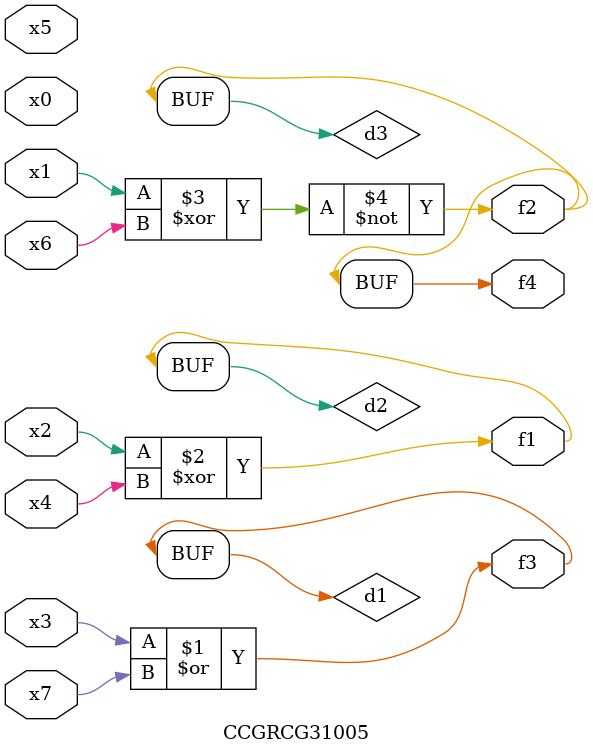
<source format=v>
module CCGRCG31005(
	input x0, x1, x2, x3, x4, x5, x6, x7,
	output f1, f2, f3, f4
);

	wire d1, d2, d3;

	or (d1, x3, x7);
	xor (d2, x2, x4);
	xnor (d3, x1, x6);
	assign f1 = d2;
	assign f2 = d3;
	assign f3 = d1;
	assign f4 = d3;
endmodule

</source>
